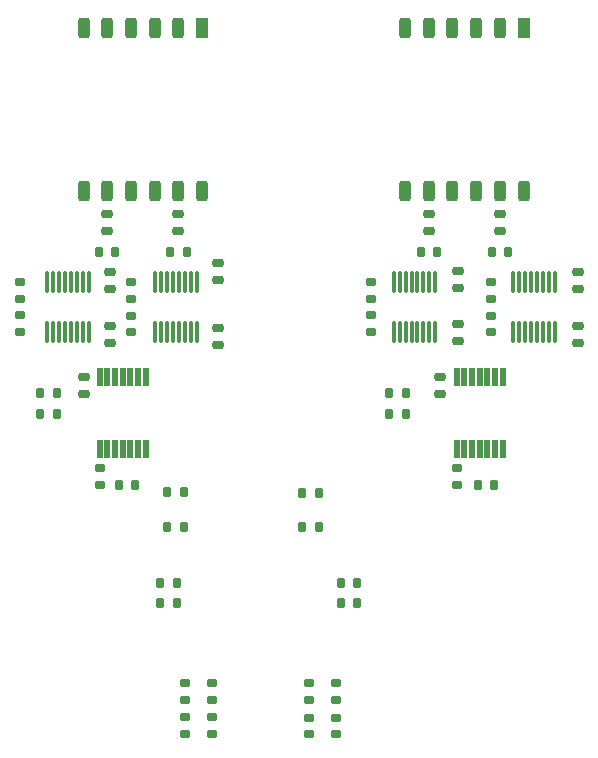
<source format=gtp>
G04*
G04 #@! TF.GenerationSoftware,Altium Limited,Altium Designer,21.4.1 (30)*
G04*
G04 Layer_Color=8421504*
%FSLAX25Y25*%
%MOIN*%
G70*
G04*
G04 #@! TF.SameCoordinates,7EEB5CCF-43E0-40BE-B5BA-AD8CC80F1960*
G04*
G04*
G04 #@! TF.FilePolarity,Positive*
G04*
G01*
G75*
G04:AMPARAMS|DCode=15|XSize=35.43mil|YSize=27.56mil|CornerRadius=6.89mil|HoleSize=0mil|Usage=FLASHONLY|Rotation=180.000|XOffset=0mil|YOffset=0mil|HoleType=Round|Shape=RoundedRectangle|*
%AMROUNDEDRECTD15*
21,1,0.03543,0.01378,0,0,180.0*
21,1,0.02165,0.02756,0,0,180.0*
1,1,0.01378,-0.01083,0.00689*
1,1,0.01378,0.01083,0.00689*
1,1,0.01378,0.01083,-0.00689*
1,1,0.01378,-0.01083,-0.00689*
%
%ADD15ROUNDEDRECTD15*%
G04:AMPARAMS|DCode=16|XSize=17.72mil|YSize=62.99mil|CornerRadius=1.95mil|HoleSize=0mil|Usage=FLASHONLY|Rotation=180.000|XOffset=0mil|YOffset=0mil|HoleType=Round|Shape=RoundedRectangle|*
%AMROUNDEDRECTD16*
21,1,0.01772,0.05909,0,0,180.0*
21,1,0.01382,0.06299,0,0,180.0*
1,1,0.00390,-0.00691,0.02955*
1,1,0.00390,0.00691,0.02955*
1,1,0.00390,0.00691,-0.02955*
1,1,0.00390,-0.00691,-0.02955*
%
%ADD16ROUNDEDRECTD16*%
%ADD17O,0.01181X0.07677*%
G04:AMPARAMS|DCode=18|XSize=67.5mil|YSize=40mil|CornerRadius=10mil|HoleSize=0mil|Usage=FLASHONLY|Rotation=270.000|XOffset=0mil|YOffset=0mil|HoleType=Round|Shape=RoundedRectangle|*
%AMROUNDEDRECTD18*
21,1,0.06750,0.02000,0,0,270.0*
21,1,0.04750,0.04000,0,0,270.0*
1,1,0.02000,-0.01000,-0.02375*
1,1,0.02000,-0.01000,0.02375*
1,1,0.02000,0.01000,0.02375*
1,1,0.02000,0.01000,-0.02375*
%
%ADD18ROUNDEDRECTD18*%
%ADD19R,0.04000X0.06750*%
G04:AMPARAMS|DCode=20|XSize=37.4mil|YSize=29.53mil|CornerRadius=7.38mil|HoleSize=0mil|Usage=FLASHONLY|Rotation=180.000|XOffset=0mil|YOffset=0mil|HoleType=Round|Shape=RoundedRectangle|*
%AMROUNDEDRECTD20*
21,1,0.03740,0.01476,0,0,180.0*
21,1,0.02264,0.02953,0,0,180.0*
1,1,0.01476,-0.01132,0.00738*
1,1,0.01476,0.01132,0.00738*
1,1,0.01476,0.01132,-0.00738*
1,1,0.01476,-0.01132,-0.00738*
%
%ADD20ROUNDEDRECTD20*%
G04:AMPARAMS|DCode=21|XSize=35.43mil|YSize=27.56mil|CornerRadius=6.89mil|HoleSize=0mil|Usage=FLASHONLY|Rotation=90.000|XOffset=0mil|YOffset=0mil|HoleType=Round|Shape=RoundedRectangle|*
%AMROUNDEDRECTD21*
21,1,0.03543,0.01378,0,0,90.0*
21,1,0.02165,0.02756,0,0,90.0*
1,1,0.01378,0.00689,0.01083*
1,1,0.01378,0.00689,-0.01083*
1,1,0.01378,-0.00689,-0.01083*
1,1,0.01378,-0.00689,0.01083*
%
%ADD21ROUNDEDRECTD21*%
D15*
X149536Y138792D02*
D03*
Y144304D02*
D03*
X4000Y200854D02*
D03*
Y206366D02*
D03*
Y189744D02*
D03*
Y195256D02*
D03*
X67969Y55759D02*
D03*
Y61271D02*
D03*
X58969Y61271D02*
D03*
Y55759D02*
D03*
X58969Y67194D02*
D03*
Y72705D02*
D03*
X67969Y67194D02*
D03*
Y72705D02*
D03*
X41000Y200854D02*
D03*
Y206366D02*
D03*
Y189634D02*
D03*
Y195146D02*
D03*
X109251Y55619D02*
D03*
Y61130D02*
D03*
X100251Y61130D02*
D03*
Y55619D02*
D03*
X100251Y72630D02*
D03*
Y67119D02*
D03*
X109251Y72630D02*
D03*
Y67119D02*
D03*
X121015Y200854D02*
D03*
Y206366D02*
D03*
X160900Y200854D02*
D03*
Y206366D02*
D03*
X121015Y189744D02*
D03*
Y195256D02*
D03*
X160900Y189634D02*
D03*
Y195146D02*
D03*
X30561Y138792D02*
D03*
Y144304D02*
D03*
D16*
X164890Y174649D02*
D03*
X162331D02*
D03*
X159772D02*
D03*
X157213D02*
D03*
X154654D02*
D03*
X152095D02*
D03*
X149536D02*
D03*
X164890Y150634D02*
D03*
X162331D02*
D03*
X159772D02*
D03*
X157213D02*
D03*
X154654D02*
D03*
X152095D02*
D03*
X149536D02*
D03*
X45915Y174649D02*
D03*
X43356D02*
D03*
X40797D02*
D03*
X38238D02*
D03*
X35679D02*
D03*
X33120D02*
D03*
X30561D02*
D03*
X45915Y150634D02*
D03*
X43356D02*
D03*
X40797D02*
D03*
X38238D02*
D03*
X35679D02*
D03*
X33120D02*
D03*
X30561D02*
D03*
D17*
X13110Y189634D02*
D03*
X15079D02*
D03*
X17047D02*
D03*
X19016D02*
D03*
X20984D02*
D03*
X22953D02*
D03*
X24921D02*
D03*
X26890D02*
D03*
X13110Y206366D02*
D03*
X15079D02*
D03*
X17047D02*
D03*
X19016D02*
D03*
X20984D02*
D03*
X22953D02*
D03*
X24921D02*
D03*
X26890D02*
D03*
X49110Y189634D02*
D03*
X51079D02*
D03*
X53047D02*
D03*
X55016D02*
D03*
X56984D02*
D03*
X58953D02*
D03*
X60921D02*
D03*
X62890D02*
D03*
X49110Y206366D02*
D03*
X51079D02*
D03*
X53047D02*
D03*
X55016D02*
D03*
X56984D02*
D03*
X58953D02*
D03*
X60921D02*
D03*
X62890D02*
D03*
X128610Y189634D02*
D03*
X130579D02*
D03*
X128610Y206366D02*
D03*
X130579D02*
D03*
X136484Y189634D02*
D03*
X138453D02*
D03*
X132547D02*
D03*
X134516D02*
D03*
X140421D02*
D03*
X142390D02*
D03*
X132547Y206366D02*
D03*
X134516D02*
D03*
X136484D02*
D03*
X138453D02*
D03*
X142390D02*
D03*
X140421D02*
D03*
X168510Y189634D02*
D03*
X170479D02*
D03*
X168510Y206366D02*
D03*
X170479D02*
D03*
X176384Y189634D02*
D03*
X178353D02*
D03*
X172447D02*
D03*
X174416D02*
D03*
X180321D02*
D03*
X182290D02*
D03*
X172447Y206366D02*
D03*
X174416D02*
D03*
X176384D02*
D03*
X178353D02*
D03*
X182290D02*
D03*
X180321D02*
D03*
D18*
X25185Y236665D02*
D03*
X33085D02*
D03*
X40985D02*
D03*
X48885D02*
D03*
X56785D02*
D03*
X64685D02*
D03*
X25185Y290915D02*
D03*
X33085D02*
D03*
X40985D02*
D03*
X48885D02*
D03*
X56785D02*
D03*
X132374Y236665D02*
D03*
X140274D02*
D03*
X148174D02*
D03*
X156074D02*
D03*
X163974D02*
D03*
X171874D02*
D03*
X132374Y290915D02*
D03*
X140274D02*
D03*
X148174D02*
D03*
X156074D02*
D03*
X163974D02*
D03*
D19*
X64685D02*
D03*
X171874D02*
D03*
D20*
X144103Y168941D02*
D03*
Y174649D02*
D03*
X34000Y191854D02*
D03*
Y186146D02*
D03*
X34000Y204146D02*
D03*
Y209854D02*
D03*
X163974Y223396D02*
D03*
Y229104D02*
D03*
X56785Y223396D02*
D03*
Y229104D02*
D03*
X70000Y212709D02*
D03*
Y207000D02*
D03*
X70059Y185246D02*
D03*
Y190954D02*
D03*
X33085Y223396D02*
D03*
Y229104D02*
D03*
X140274Y223396D02*
D03*
Y229104D02*
D03*
X149900Y186546D02*
D03*
Y192254D02*
D03*
X190100Y186146D02*
D03*
Y191854D02*
D03*
X149900Y204246D02*
D03*
Y209954D02*
D03*
X190100Y204146D02*
D03*
Y209854D02*
D03*
X25316Y174649D02*
D03*
Y168941D02*
D03*
D21*
X58550Y136322D02*
D03*
X53039D02*
D03*
Y124822D02*
D03*
X58550D02*
D03*
X50744Y106000D02*
D03*
X56256D02*
D03*
X56256Y99290D02*
D03*
X50744D02*
D03*
X59631Y216500D02*
D03*
X54119D02*
D03*
X161218D02*
D03*
X166730D02*
D03*
X98067Y136099D02*
D03*
X103578D02*
D03*
X103578Y124599D02*
D03*
X98067D02*
D03*
X111000Y106000D02*
D03*
X116512D02*
D03*
X111000Y99290D02*
D03*
X116512D02*
D03*
X35841Y216500D02*
D03*
X30329D02*
D03*
X137518D02*
D03*
X143030D02*
D03*
X10744Y162500D02*
D03*
X16256D02*
D03*
X132556Y162500D02*
D03*
X127044D02*
D03*
X10744Y169500D02*
D03*
X16256D02*
D03*
X132556Y169500D02*
D03*
X127044D02*
D03*
X36933Y138792D02*
D03*
X42445D02*
D03*
X156568D02*
D03*
X162080D02*
D03*
M02*

</source>
